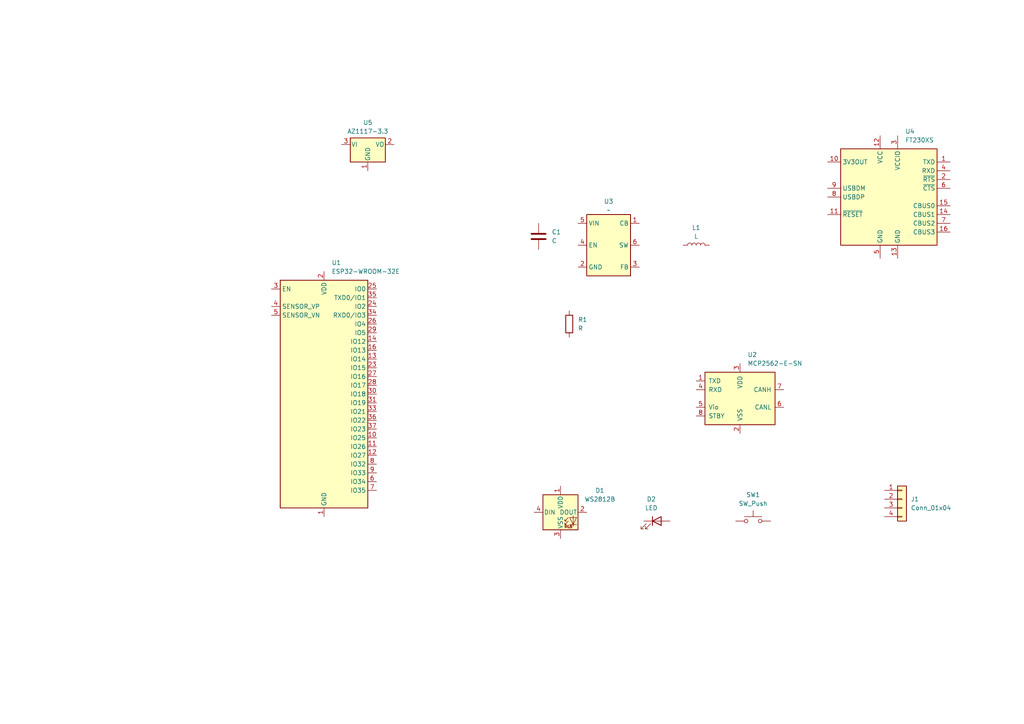
<source format=kicad_sch>
(kicad_sch (version 20231120) (generator "eeschema") (generator_version "8.0")
  (paper "A4")
  (title_block (title "GN10MainBoard-ESP32") (rev "v1.0") (company "Gento Aiba"))
  (lib_symbols
    (symbol "Connector_Generic:Conn_01x04" (pin_names (offset 1.016) hide)
      (property "Reference" "J" (at 0 5.08 0))
      (property "Value" "Conn_01x04" (at 0 -7.62 0))
      (symbol "Conn_01x04_1_1"
        (rectangle (start -1.27 -4.953) (end 0 -5.207) (stroke (width 0.1524)))
        (rectangle (start -1.27 -2.413) (end 0 -2.667) (stroke (width 0.1524)))
        (rectangle (start -1.27 0.127) (end 0 -0.127) (stroke (width 0.1524)))
        (rectangle (start -1.27 2.667) (end 0 2.413) (stroke (width 0.1524)))
        (rectangle (start -1.27 3.81) (end 1.27 -6.35) (stroke (width 0.254)) (fill (type background)))
        (pin passive line (at -5.08 2.54 0) (length 3.81) (name "Pin_1") (number "1"))
        (pin passive line (at -5.08 0 0) (length 3.81) (name "Pin_2") (number "2"))
        (pin passive line (at -5.08 -2.54 0) (length 3.81) (name "Pin_3") (number "3"))
        (pin passive line (at -5.08 -5.08 0) (length 3.81) (name "Pin_4") (number "4"))
      )
    )
    (symbol "Device:C" (pin_numbers hide) (pin_names (offset 0.254))
      (property "Reference" "C" (at 0.635 2.54 0))
      (property "Value" "C" (at 0.635 -2.54 0))
      (symbol "C_0_1"
        (polyline (pts (xy -2.032 -0.762) (xy 2.032 -0.762)) (stroke (width 0.508)))
        (polyline (pts (xy -2.032 0.762) (xy 2.032 0.762)) (stroke (width 0.508)))
      )
      (symbol "C_1_1"
        (pin passive line (at 0 3.81 270) (length 2.794) (name "~") (number "1"))
        (pin passive line (at 0 -3.81 90) (length 2.794) (name "~") (number "2"))
      )
    )
    (symbol "Device:L" (pin_numbers hide) (pin_names (offset 1.016) hide)
      (property "Reference" "L" (at -1.27 0 90))
      (property "Value" "L" (at 1.905 0 90))
      (symbol "L_0_1"
        (arc (start 0 -2.54) (mid 0.6323 -1.905) (end 0 -1.27))
        (arc (start 0 -1.27) (mid 0.6323 -0.635) (end 0 0))
        (arc (start 0 0) (mid 0.6323 0.635) (end 0 1.27))
        (arc (start 0 1.27) (mid 0.6323 1.905) (end 0 2.54))
      )
      (symbol "L_1_1"
        (pin passive line (at 0 3.81 270) (length 1.27) (name "1") (number "1"))
        (pin passive line (at 0 -3.81 90) (length 1.27) (name "2") (number "2"))
      )
    )
    (symbol "Device:LED" (pin_numbers hide) (pin_names (offset 1.016) hide)
      (property "Reference" "D" (at 0 2.54 0))
      (property "Value" "LED" (at 0 -2.54 0))
      (symbol "LED_0_1"
        (polyline (pts (xy -1.27 -1.27) (xy -1.27 1.27)) (stroke (width 0.254)))
        (polyline (pts (xy -1.27 0) (xy 1.27 0)))
        (polyline (pts (xy 1.27 -1.27) (xy 1.27 1.27) (xy -1.27 0) (xy 1.27 -1.27)) (stroke (width 0.254)))
        (polyline (pts (xy -3.048 -0.762) (xy -4.572 -2.286) (xy -3.81 -2.286) (xy -4.572 -2.286) (xy -4.572 -1.524)))
        (polyline (pts (xy -1.778 -0.762) (xy -3.302 -2.286) (xy -2.54 -2.286) (xy -3.302 -2.286) (xy -3.302 -1.524)))
      )
      (symbol "LED_1_1"
        (pin passive line (at -3.81 0 0) (length 2.54) (name "K") (number "1"))
        (pin passive line (at 3.81 0 180) (length 2.54) (name "A") (number "2"))
      )
    )
    (symbol "Device:R" (pin_numbers hide) (pin_names (offset 0))
      (property "Reference" "R" (at 2.032 0 90))
      (property "Value" "R" (at 0 0 90))
      (symbol "R_0_1"
        (rectangle (start -1.016 -2.54) (end 1.016 2.54) (stroke (width 0.254)))
      )
      (symbol "R_1_1"
        (pin passive line (at 0 3.81 270) (length 1.27) (name "~") (number "1"))
        (pin passive line (at 0 -3.81 90) (length 1.27) (name "~") (number "2"))
      )
    )
    (symbol "Interface_CAN_LIN:MCP2562-E-SN" (pin_names (offset 1.016))
      (property "Reference" "U" (at -10.16 8.89 0))
      (property "Value" "MCP2562-E-SN" (at 2.54 8.89 0))
      (symbol "MCP2562-E-SN_0_1"
        (rectangle (start -10.16 7.62) (end 10.16 -7.62) (stroke (width 0.254)) (fill (type background)))
      )
      (symbol "MCP2562-E-SN_1_1"
        (pin input line (at -12.7 5.08 0) (length 2.54) (name "TXD") (number "1"))
        (pin power_in line (at 0 -10.16 90) (length 2.54) (name "VSS") (number "2"))
        (pin power_in line (at 0 10.16 270) (length 2.54) (name "VDD") (number "3"))
        (pin output line (at -12.7 2.54 0) (length 2.54) (name "RXD") (number "4"))
        (pin power_in line (at -12.7 -2.54 0) (length 2.54) (name "Vio") (number "5"))
        (pin bidirectional line (at 12.7 -2.54 180) (length 2.54) (name "CANL") (number "6"))
        (pin bidirectional line (at 12.7 2.54 180) (length 2.54) (name "CANH") (number "7"))
        (pin input line (at -12.7 -5.08 0) (length 2.54) (name "STBY") (number "8"))
      )
    )
    (symbol "Interface_USB:FT230XS"
      (property "Reference" "U" (at -13.97 15.24 0))
      (property "Value" "FT230XS" (at 7.62 15.24 0))
      (symbol "FT230XS_0_1"
        (rectangle (start -13.97 13.97) (end 13.97 -13.97) (stroke (width 0.254)) (fill (type background)))
      )
      (symbol "FT230XS_1_1"
        (pin output line (at 17.78 10.16 180) (length 3.81) (name "TXD") (number "1"))
        (pin power_out line (at -17.78 10.16 0) (length 3.81) (name "3V3OUT") (number "10"))
        (pin input line (at -17.78 -5.08 0) (length 3.81) (name "~{RESET}") (number "11"))
        (pin power_in line (at -2.54 17.78 270) (length 3.81) (name "VCC") (number "12"))
        (pin power_in line (at 2.54 -17.78 90) (length 3.81) (name "GND") (number "13"))
        (pin bidirectional line (at 17.78 -5.08 180) (length 3.81) (name "CBUS1") (number "14"))
        (pin bidirectional line (at 17.78 -2.54 180) (length 3.81) (name "CBUS0") (number "15"))
        (pin bidirectional line (at 17.78 -10.16 180) (length 3.81) (name "CBUS3") (number "16"))
        (pin output line (at 17.78 5.08 180) (length 3.81) (name "~{RTS}") (number "2"))
        (pin power_in line (at 2.54 17.78 270) (length 3.81) (name "VCCIO") (number "3"))
        (pin input line (at 17.78 7.62 180) (length 3.81) (name "RXD") (number "4"))
        (pin power_in line (at -2.54 -17.78 90) (length 3.81) (name "GND") (number "5"))
        (pin input line (at 17.78 2.54 180) (length 3.81) (name "~{CTS}") (number "6"))
        (pin bidirectional line (at 17.78 -7.62 180) (length 3.81) (name "CBUS2") (number "7"))
        (pin bidirectional line (at -17.78 0 0) (length 3.81) (name "USBDP") (number "8"))
        (pin bidirectional line (at -17.78 2.54 0) (length 3.81) (name "USBDM") (number "9"))
      )
    )
    (symbol "LED:WS2812B" (pin_names (offset 0.254))
      (property "Reference" "D" (at 5.08 5.715 0))
      (property "Value" "WS2812B" (at 1.27 -5.715 0))
      (symbol "WS2812B_0_0"
        (text "RGB" (at 2.286 -4.191 0) (effects (font (size 0.762 0.762))))
      )
      (symbol "WS2812B_0_1"
        (polyline (pts (xy 1.27 -3.556) (xy 1.778 -3.556)))
        (polyline (pts (xy 1.27 -2.54) (xy 1.778 -2.54)))
        (polyline (pts (xy 4.699 -3.556) (xy 2.667 -3.556)))
        (polyline (pts (xy 2.286 -2.54) (xy 1.27 -3.556) (xy 1.27 -3.048)))
        (polyline (pts (xy 2.286 -1.524) (xy 1.27 -2.54) (xy 1.27 -2.032)))
        (polyline (pts (xy 3.683 -1.016) (xy 3.683 -3.556) (xy 3.683 -4.064)))
        (polyline (pts (xy 4.699 -1.524) (xy 2.667 -1.524) (xy 3.683 -3.556) (xy 4.699 -1.524)))
        (rectangle (start 5.08 5.08) (end -5.08 -5.08) (stroke (width 0.254)) (fill (type background)))
      )
      (symbol "WS2812B_1_1"
        (pin power_in line (at 0 7.62 270) (length 2.54) (name "VDD") (number "1"))
        (pin output line (at 7.62 0 180) (length 2.54) (name "DOUT") (number "2"))
        (pin power_in line (at 0 -7.62 90) (length 2.54) (name "VSS") (number "3"))
        (pin input line (at -7.62 0 0) (length 2.54) (name "DIN") (number "4"))
      )
    )
    (symbol "Power_Supply:LMR50410"
      (property "Reference" "U" (at 0 10.668 0))
      (symbol "LMR50410_1_1"
        (rectangle (start -6.35 8.89) (end 6.35 -8.89) (stroke (width 0.254)) (fill (type background)))
        (pin passive line (at 8.89 6.35 180) (length 2.54) (name "CB") (number "1"))
        (pin power_in line (at -8.89 -6.35 0) (length 2.54) (name "GND") (number "2"))
        (pin passive line (at 8.89 -6.35 180) (length 2.54) (name "FB") (number "3"))
        (pin passive line (at -8.89 0 0) (length 2.54) (name "EN") (number "4"))
        (pin power_in line (at -8.89 6.35 0) (length 2.54) (name "VIN") (number "5"))
        (pin power_out line (at 8.89 0 180) (length 2.54) (name "SW") (number "6"))
      )
    )
    (symbol "RF_Module:ESP32-WROOM-32E"
      (property "Reference" "U" (at -12.7 34.29 0))
      (property "Value" "ESP32-WROOM-32E" (at 1.27 34.29 0))
      (symbol "ESP32-WROOM-32E_0_1"
        (rectangle (start -12.7 33.02) (end 12.7 -33.02) (stroke (width 0.254)) (fill (type background)))
      )
      (symbol "ESP32-WROOM-32E_1_1"
        (pin power_in line (at 0 -35.56 90) (length 2.54) (name "GND") (number "1"))
        (pin bidirectional line (at 15.24 -12.7 180) (length 2.54) (name "IO25") (number "10"))
        (pin bidirectional line (at 15.24 -15.24 180) (length 2.54) (name "IO26") (number "11"))
        (pin bidirectional line (at 15.24 -17.78 180) (length 2.54) (name "IO27") (number "12"))
        (pin bidirectional line (at 15.24 10.16 180) (length 2.54) (name "IO14") (number "13"))
        (pin bidirectional line (at 15.24 15.24 180) (length 2.54) (name "IO12") (number "14"))
        (pin passive line (at 0 -35.56 90) (length 2.54) hide (name "GND") (number "15"))
        (pin bidirectional line (at 15.24 12.7 180) (length 2.54) (name "IO13") (number "16"))
        (pin no_connect line (at -12.7 -5.08 0) (length 2.54) hide (name "NC") (number "17"))
        (pin no_connect line (at -12.7 -7.62 0) (length 2.54) hide (name "NC") (number "18"))
        (pin no_connect line (at -12.7 -12.7 0) (length 2.54) hide (name "NC") (number "19"))
        (pin power_in line (at 0 35.56 270) (length 2.54) (name "VDD") (number "2"))
        (pin no_connect line (at -12.7 -10.16 0) (length 2.54) hide (name "NC") (number "20"))
        (pin no_connect line (at -12.7 0 0) (length 2.54) hide (name "NC") (number "21"))
        (pin no_connect line (at -12.7 -2.54 0) (length 2.54) hide (name "NC") (number "22"))
        (pin bidirectional line (at 15.24 7.62 180) (length 2.54) (name "IO15") (number "23"))
        (pin bidirectional line (at 15.24 25.4 180) (length 2.54) (name "IO2") (number "24"))
        (pin bidirectional line (at 15.24 30.48 180) (length 2.54) (name "IO0") (number "25"))
        (pin bidirectional line (at 15.24 20.32 180) (length 2.54) (name "IO4") (number "26"))
        (pin bidirectional line (at 15.24 5.08 180) (length 2.54) (name "IO16") (number "27"))
        (pin bidirectional line (at 15.24 2.54 180) (length 2.54) (name "IO17") (number "28"))
        (pin bidirectional line (at 15.24 17.78 180) (length 2.54) (name "IO5") (number "29"))
        (pin input line (at -15.24 30.48 0) (length 2.54) (name "EN") (number "3"))
        (pin bidirectional line (at 15.24 0 180) (length 2.54) (name "IO18") (number "30"))
        (pin bidirectional line (at 15.24 -2.54 180) (length 2.54) (name "IO19") (number "31"))
        (pin no_connect line (at -12.7 -27.94 0) (length 2.54) hide (name "NC") (number "32"))
        (pin bidirectional line (at 15.24 -5.08 180) (length 2.54) (name "IO21") (number "33"))
        (pin bidirectional line (at 15.24 22.86 180) (length 2.54) (name "RXD0/IO3") (number "34"))
        (pin bidirectional line (at 15.24 27.94 180) (length 2.54) (name "TXD0/IO1") (number "35"))
        (pin bidirectional line (at 15.24 -7.62 180) (length 2.54) (name "IO22") (number "36"))
        (pin bidirectional line (at 15.24 -10.16 180) (length 2.54) (name "IO23") (number "37"))
        (pin passive line (at 0 -35.56 90) (length 2.54) hide (name "GND") (number "38"))
        (pin passive line (at 0 -35.56 90) (length 2.54) hide (name "GND") (number "39"))
        (pin input line (at -15.24 25.4 0) (length 2.54) (name "SENSOR_VP") (number "4"))
        (pin input line (at -15.24 22.86 0) (length 2.54) (name "SENSOR_VN") (number "5"))
        (pin input line (at 15.24 -25.4 180) (length 2.54) (name "IO34") (number "6"))
        (pin input line (at 15.24 -27.94 180) (length 2.54) (name "IO35") (number "7"))
        (pin bidirectional line (at 15.24 -20.32 180) (length 2.54) (name "IO32") (number "8"))
        (pin bidirectional line (at 15.24 -22.86 180) (length 2.54) (name "IO33") (number "9"))
      )
    )
    (symbol "Regulator_Linear:AZ1117-3.3" (pin_names (offset 0.254))
      (property "Reference" "U" (at -3.81 3.175 0))
      (property "Value" "AZ1117-3.3" (at 0 3.175 0))
      (symbol "AZ1117-3.3_0_1"
        (rectangle (start -5.08 1.905) (end 5.08 -5.08) (stroke (width 0.254)) (fill (type background)))
      )
      (symbol "AZ1117-3.3_1_1"
        (pin power_in line (at 0 -7.62 90) (length 2.54) (name "GND") (number "1"))
        (pin power_out line (at 7.62 0 180) (length 2.54) (name "VO") (number "2"))
        (pin power_in line (at -7.62 0 0) (length 2.54) (name "VI") (number "3"))
      )
    )
    (symbol "Switch:SW_Push" (pin_numbers hide) (pin_names (offset 1.016) hide)
      (property "Reference" "SW" (at 1.27 2.54 0))
      (property "Value" "SW_Push" (at 0 -1.524 0))
      (symbol "SW_Push_0_1"
        (circle (center -2.032 0) (radius 0.508))
        (polyline (pts (xy 0 1.27) (xy 0 3.048)))
        (polyline (pts (xy 2.54 1.27) (xy -2.54 1.27)))
        (circle (center 2.032 0) (radius 0.508))
        (pin passive line (at -5.08 0 0) (length 2.54) (name "1") (number "1"))
        (pin passive line (at 5.08 0 180) (length 2.54) (name "2") (number "2"))
      )
    )
  )
  (symbol (lib_id "RF_Module:ESP32-WROOM-32E") (at 93.98 114.3 0) (unit 1)
    (property "Reference" "U1" (at 96.1741 76.2 0) (effects (justify left)))
    (property "Value" "ESP32-WROOM-32E" (at 96.1741 78.74 0) (effects (justify left)))
    (property "Footprint" "RF_Module:ESP32-WROOM-32D" (effects (hide yes)))
    (property "Datasheet" "https://www.espressif.com/sites/default/files/documentation/esp32-wroom-32e_esp32-wroom-32ue_datasheet_en.pdf" (effects (hide yes)))
    (property "Description" "RF Module, ESP32-D0WD-V3 SoC, without PSRAM, Wi-Fi 802.11b/g/n, Bluetooth, BLE, 32-bit, 2.7-3.6V, onboard antenna, SMD" (effects (hide yes)))
  )
  (symbol (lib_id "Device:C") (at 156.21 68.58 0) (unit 1)
    (property "Reference" "C1" (at 160.02 67.3099 0) (effects (justify left)))
    (property "Value" "C" (at 160.02 69.8499 0) (effects (justify left)))
    (property "Description" "Unpolarized capacitor" (effects (hide yes)))
  )
  (symbol (lib_id "Switch:SW_Push") (at 218.44 151.13 0) (unit 1)
    (property "Reference" "SW1" (at 218.44 143.51 0))
    (property "Value" "SW_Push" (at 218.44 146.05 0))
    (property "Description" "Push button switch, generic, two pins" (effects (hide yes)))
  )
  (symbol (lib_id "Device:L") (at 201.93 71.12 90) (unit 1)
    (property "Reference" "L1" (at 201.93 66.04 90))
    (property "Value" "L" (at 201.93 68.58 90))
    (property "Description" "Inductor" (effects (hide yes)))
  )
  (symbol (lib_id "Interface_USB:FT230XS") (at 257.81 57.15 0) (unit 1)
    (property "Reference" "U4" (at 262.5441 38.1 0) (effects (justify left)))
    (property "Value" "FT230XS" (at 262.5441 40.64 0) (effects (justify left)))
    (property "Footprint" "Package_SO:SSOP-16_3.9x4.9mm_P0.635mm" (effects (hide yes)))
    (property "Datasheet" "https://www.ftdichip.com/Support/Documents/DataSheets/ICs/DS_FT230X.pdf" (effects (hide yes)))
    (property "Description" "Full Speed USB to Basic UART, SSOP-16" (effects (hide yes)))
  )
  (symbol (lib_id "Regulator_Linear:AZ1117-3.3") (at 106.68 41.91 0) (unit 1)
    (property "Reference" "U5" (at 106.68 35.56 0))
    (property "Value" "AZ1117-3.3" (at 106.68 38.1 0))
    (property "Datasheet" "https://www.diodes.com/assets/Datasheets/AZ1117.pdf" (effects (hide yes)))
    (property "Description" "1A 20V Fixed LDO Linear Regulator, 3.3V, SOT-89/SOT-223/TO-220/TO-252/TO-263" (effects (hide yes)))
  )
  (symbol (lib_id "Connector_Generic:Conn_01x04") (at 261.62 144.78 0) (unit 1)
    (property "Reference" "J1" (at 264.16 144.7799 0) (effects (justify left)))
    (property "Value" "Conn_01x04" (at 264.16 147.3199 0) (effects (justify left)))
    (property "Description" "Generic connector, single row, 01x04, script generated (kicad-library-utils/schlib/autogen/connector/)" (effects (hide yes)))
  )
  (symbol (lib_id "Power_Supply:LMR50410") (at 176.53 71.12 0) (unit 1)
    (property "Reference" "U3" (at 176.53 58.42 0))
    (property "Value" "~" (at 176.53 60.96 0))
  )
  (symbol (lib_id "Device:R") (at 165.1 93.98 0) (unit 1)
    (property "Reference" "R1" (at 167.64 92.7099 0) (effects (justify left)))
    (property "Value" "R" (at 167.64 95.2499 0) (effects (justify left)))
    (property "Description" "Resistor" (effects (hide yes)))
  )
  (symbol (lib_id "Interface_CAN_LIN:MCP2562-E-SN") (at 214.63 115.57 0) (unit 1)
    (property "Reference" "U2" (at 216.8241 102.87 0) (effects (justify left)))
    (property "Value" "MCP2562-E-SN" (at 216.8241 105.41 0) (effects (justify left)))
    (property "Footprint" "Package_SO:SOIC-8_3.9x4.9mm_P1.27mm" (effects (hide yes)))
    (property "Datasheet" "http://ww1.microchip.com/downloads/en/DeviceDoc/25167A.pdf" (effects (hide yes)))
    (property "Description" "High-Speed CAN Transceiver, 1Mbps, 5V supply, Vio pin, -40C to +125C, SOIC-8" (effects (hide yes)))
  )
  (symbol (lib_id "LED:WS2812B") (at 162.56 148.59 0) (unit 1)
    (property "Reference" "D1" (at 173.99 142.2714 0))
    (property "Value" "WS2812B" (at 173.99 144.8114 0))
    (property "Footprint" "LED_SMD:LED_WS2812B_PLCC4_5.0x5.0mm_P3.2mm" (effects (hide yes)))
    (property "Datasheet" "https://cdn-shop.adafruit.com/datasheets/WS2812B.pdf" (effects (hide yes)))
    (property "Description" "RGB LED with integrated controller" (effects (hide yes)))
  )
  (symbol (lib_id "Device:LED") (at 190.5 151.13 0) (unit 1)
    (property "Reference" "D2" (at 188.9125 144.78 0))
    (property "Value" "LED" (at 188.9125 147.32 0))
    (property "Description" "Light emitting diode" (effects (hide yes)))
  )
)
</source>
